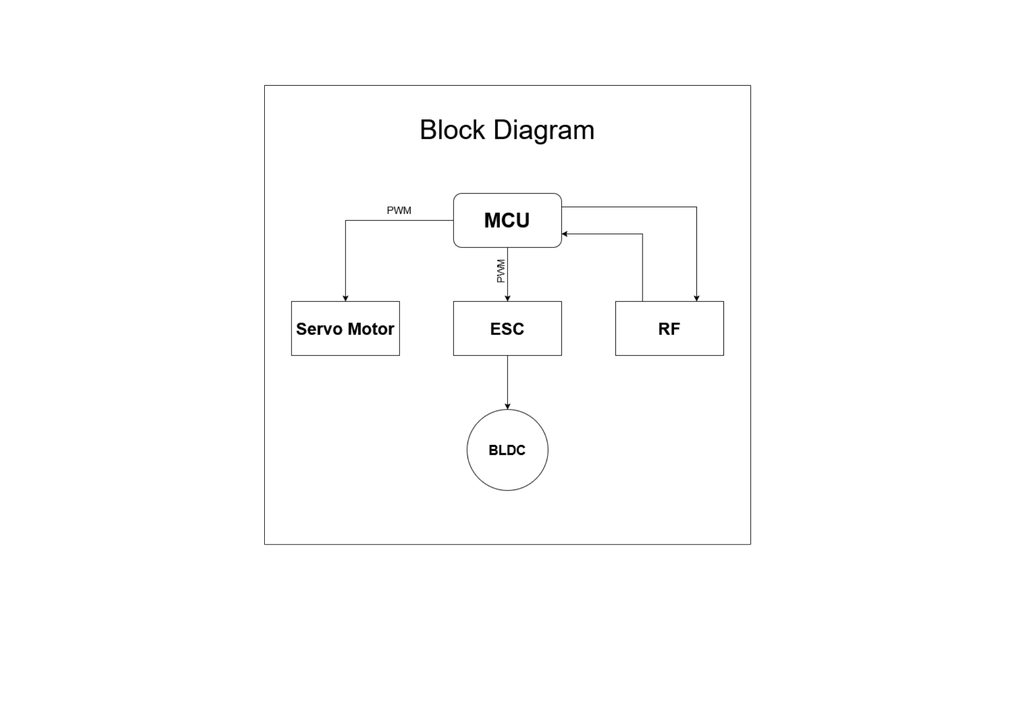
<source format=kicad_sch>
(kicad_sch
	(version 20250114)
	(generator "eeschema")
	(generator_version "9.0")
	(uuid "358af95f-5f47-40de-b54c-21a76541e425")
	(paper "A4")
	(title_block
		(title "Block_Diagram")
		(date "2025-12-11")
		(rev "A")
		(company "MaD_RaNgA")
	)
	(lib_symbols)
	(image
		(at 147.32 91.44)
		(scale 2.31307)
		(uuid "6843c35d-f511-4f9a-9fba-250700c5371c")
		(data "iVBORw0KGgoAAAANSUhEUgAAAtIAAAKqCAYAAAAXG7kGAAAGW3RFWHRteGZpbGUAJTNDbXhmaWxl"
			"JTIwaG9zdCUzRCUyMmFwcC5kaWFncmFtcy5uZXQlMjIlMjBhZ2VudCUzRCUyMk1vemlsbGElMkY1"
			"LjAlMjAoV2luZG93cyUyME5UJTIwMTAuMCUzQiUyMFdpbjY0JTNCJTIweDY0JTNCJTIwcnYlM0Ex"
			"NDUuMCklMjBHZWNrbyUyRjIwMTAwMTAxJTIwRmlyZWZveCUyRjE0NS4wJTIyJTIwdmVyc2lvbiUz"
			"RCUyMjI5LjIuNiUyMiUzRSUzQ2RpYWdyYW0lMjBuYW1lJTNEJTIyUGFnZS0xJTIyJTIwaWQlM0Ql"
			"MjJNNG9kdGo0bDltdU9ZbmxFeGRMQyUyMiUzRTdWblpjdG93RlAwYUh0UHhEanlHSmNsMHdreGEw"
			"aWIwcGFQYXdxallGaFVDVEwlMkIlMkJFcFpzR1pzMUdFOHl6VXVrSSUyQm5LbkhNWFdXNlkzVEMl"
			"MkJKMkEyR1dBUEJnMUQ4JTJCS0cyV3NZaG00MmJmYVBJJTJCc0VhYmFhQ2VBVDVJbEpHVEJFZjZF"
			"QU5ZRXVrQWZudVlrVTQ0Q2lXUjUwY1JSQmwlMkJZd1FBaGU1YWVOY1pEZmRRWjhXQUNHTGdpSzZB"
			"dnk2Q1JCVzBZend4OGc4aWR5WjkxcEp5TyUyRmdEdjFDVjVFWXIlMkJHWVk0M2Y4bHdDS1F0OFVQ"
			"bkUlMkJEaGxRS1olMkZZYlpKUmpUcEJYR1hSaHdiaVZ0eWJxN0hhUHBjeE1ZMFdNV2ZBYyUyRm4w"
			"MnRjMk42OUlmaiUyRnVsTnY0N25OeVZXQkRTbmEwa1JoVEViNjB4b0dEQkFaODNWQkZFNG5BR1h6"
			"MWd4eDJEWW5CSThoVjBjWU1MQUNFZHNyRE5HUWJBRmdRRDVFZXU2YkVmSThNNFNFb3FZSUxkaUlF"
			"U2V4N2Z1Yk1pRiUyRlBFMWJncEhWTGlQeGZ2Sll5NUJzSUJTQUNmZ3olMkJtaEpXdjZkRE1uZ2Zo"
			"YWlYVUM3RTdaeWg0Q1BnR2huTUtJVTJjcGNNN2VaayUyRjJ3REJXMkJLRTMwTWNRa3JXYk1wRWNS"
			"bFRPTUFxY3klMkJqTGJCWTlrVVVpU0NTdzBBNHQ1OWF6Z1JtRGFIeENYcEx0NFplSVNxS0hvQVh4"
			"SVY3akZrRlQlMkJGbWg2S0xDWjFnSDBjZzZHZm9scWJabkVlTVo4SzVma05LMTBKcHNLQTQ3M293"
			"UnZSVkxPZnRFVzklMkZza1d2Rnl0RHZiWHNSSXk3MTJ3aTc0N1VzV3pacGlmWGlYUUVpQSUyRnBQ"
			"bExOY2ljZ01BQVVMZk5FWDE3UzFrZVJWTTlKYWh5dGFiTVNVWjByaWZybE13eU1Cd3M2eiUyQkd5"
			"R2M2ZjQ5SGRyY3pMNzFqVGFrUE9yalBpckdPS1pzYmdyb0twc0tYVU5qT3RkY0tXdnJQUXFmVnEw"
			"UDIyczVLZFViTmF4WnFsTyUyRm1hWmNxJTJCcUZtR2RvR2lWUm9NeGdXRHdhNjFacVYxYXFTTTFG"
			"S3o5SGFkRVdTZkZrSGFTUkcwS1J6N0k2ZyUyRjdGNHJMTkwlMkJ4VW5VMjhld3lBeXhWeWw0bUVF"
			"d255WHZWMk1VYzlaemxCNU9TcDNIM25tYzZrWUpxY1lXcWEwOHFiWlIyUUhack5rMWg1QXNNWU1H"
			"bUxLM3BvcWNOT1czY2ljMTJoZE0zc21ackw3c2JhanBXenN1ZmV1NTVLMmNWZCUyQld2NjA2MDdm"
			"VW9iWWclMkJYcFhWV1E0MnJVaXczUk9pQXpGNFNQdmxsOTdOZElMRllYRlBPVUYyZzR6Wkl0Zlcl"
			"MkJwSENtMzJIbGJFRGs4WThVT29KSFlyZ3plM00zZ1MlMkZHS1JlbzIxMzQ2MVpTWUpuSUtaalVM"
			"cGIzNkRhS2ZjbiUyRndYTGJOendGRFZzcDF5UiUyRklSWkt0SXQydEgyeW1IaDQ4ZzIxNnkzNGxv"
			"Y3J0MzlrMUJ0OHZjNGVsbDBEam5wRkZ5NTc5MTBFajlRMTZmNkZVZE5DemolMkZRcENNR1ZCaHZt"
			"S20zWnB3RmFua0xWOUZEempnb3Qxc3k5OFNZUmxuMUhOJTJGajglM0QlM0MlMkZkaWFncmFtJTNF"
			"JTNDJTJGbXhmaWxlJTNFo5QqgAAAIABJREFUeF7t3Q/QFMWZx/FOlaYqJZ4KVlkgIgVoyCWip4AK"
			"UZEIegkmSuRfojmiUXgtPU85FCF/jJ6ocOgRk/CCaEyCCaDxTyQ5EQIYAwqIhxovqMAhIpR1ChpJ"
			"pRJTxflMbjbzzju7OzvP7kx3z3erUrkL2zPdn6dn39/bb+/MR4YNG3ZgzZo1hhcCCCCAAAIIIIAA"
			"AgjUF/gwP5vVq1ebj3z41gMfvuq34B0IIIAAAggggAACCCBgPvKRj0iAJkgzFxBAAAEEEEAAAQQQ"
			"aESAIN2IFu9FAAEEEEAAAQQQQOD/BQjSTAUEEEAAAQQQQAABBDIIEKQzoNEEAQQQQAABBBBAAAGC"
			"NHMAAQQQQAABBBBAAIEMAgTpDGg0QQABBBBAAAEEEECAIM0cQAABBBBAAAEEEEAggwBBOgMaTRBA"
			"AAEEEEAAAQQQIEgzBxBAAAEEEEAAAQQQyCBAkM6ARhMEEEAAAQQQQAABBAjSzAEEEEAAAQQQQAAB"
			"BDIIEKQzoNEEAQQQQAABBBBAAAGCNHMAAQQQQAABBBBAAIEMAgTpDGg0QQABBBBAAAEEEECAIM0c"
			"QAABBBBAAAEEEEAggwBBOgMaTRBAAAEEEEAAAQQQIEgzBxBAAAEEEEAAAQQQyCBAkM6ARhMEEEAA"
			"AQQQQAABBAjSzAEEEEAAAQQQQAABBDIIEKQzoNEEAQQQQAABBBBAAAGCNHMAAQQQQAABBBBAAIEM"
			"AgTpDGg0QQABBBBAAAEEEECAIM0cQAABBBBAAAEEEEAggwBBOgMaTRBAAAEEEEAAAQQQIEgzBxBA"
			"AAEEEEAAAQQQyCBAkM6ARhMEEEAAAQQQQAABBAjSzAEEEEAAAQQQQAABBDIIEKQzoNEEAQQQQAAB"
			"BBBAAAGCNHMAAQQQQAABBBBAAIEMAgTpDGg0QQABBBBAAAEEEECAIM0cQAABBBBAAAEEEEAggwBB"
			"OgMaTRBAAAEEEEAAAQQQIEgzBxBAAAEEEEAAAQQQyCBAkM6ARhMEEEAAAQQQQAABBAjSzAEEEEAA"
			"AQQQQAABBDIIEKQzoNEEAQQQQAABBBBAAAGCNHMAAQQQQAABBBBAAIEMAgTpDGg0QQABBBBAAAEE"
			"EECAIM0cQAABBBBAAAEEEEAggwBBOgMaTRBAAAEEEEAAAQQQIEgzBxBAAAEEEEAAAQQQyCBAkM6A"
			"RhMEEEAAAQQQQAABBAjSzAEEEEAAAQQQQAABBDIIEKQzoNEEAQQQQAABBBBAAAGCNHMAAQQQQAAB"
			"BBBAAIEMAgTpDGg0QQABBBBAAAEEEECAIM0cQAABBBBAAAEEEEAggwBBOgMaTRBAAAEEEEAAAQQQ"
			"IEgzBxBAAAEEEEAAAQQQyCBAkM6ARhMEihCQi7XR16mnnmqOPfZYM3r0aDNu3LhUzU877TSzfv36"
			"4L3S/tlnn03VzsY3XX/99Wb27NmVrh04cCDXbmat2WGHHWaGDRtmxo4da/r27Zu6z0WPN3VHeSMC"
			"CCDgiQBB2pNCMgz/BbKEsqhK9+7dzWOPPWYGDRpUE4sg3by5pK1Z+MvMAw88kCpQE6SbVzuOhAAC"
			"CKQRIEinUeI9CFgg0IxQJsNYvHhxzdVpgnTzit2smnXp0sUsXLiw7l8VCNLNqx1HQgABBNIIEKTT"
			"KPEeBCwQiIay/v37m7lz59bs1aZNm8yOHTvMT37yE7N///7KeyWUvf7666Zr166J7QnSzSt2PEgv"
			"X7685sG3b99u5D+PP/642bJlS6f31vsliCDdvNpxJAQQQCCNAEE6jRLvQcACgWgoa2Tv8t69e83Q"
			"oUM7BDPZe7tkyRKCdIvrGg/SjezRfvLJJ80111zToW7yS9DmzZtTbfNo8dA4PAIIIIDAhwIEaaYB"
			"Ao4IZA3SMjwJ0926deuwKv3+++8TpFtce02QDusW/yWokV+iWjw8Do8AAgiUXoAgXfopAIArApog"
			"LWM899xzjaxyhq+tW7cmrmyytaN5M0IbpKUn27ZtMyeddFKH7TmyRWTkyJHN6yhHQgABBBDIJECQ"
			"zsRGIwTyF9AG6fj+2WphjCDdvNo2I0hLb2677TYzffr0Ssdqbc1pXu85EgIIIIBAPQGCdD0h/h0B"
			"SwS0QVruI7106dLKaKrt180SpGWl+9577zUvvvhihz298qXIAQMGNHQf6yi3rMZKn+W2feG9reXf"
			"5VZ+J5xwgrnwwgvN5MmTq1aokS/fbdy40QwfPrzDyu+8efNqHr/e1GhWkJatOXI/8PBLo7JXOmlr"
			"TiPjDfsutfvZz35mXnjhhQ7G8u9Sv169etV1TnJImhPS7yFDhpgpU6ZUVtSj823q1Klm1qxZHQ4n"
			"x5G/poQvmbficfvtt5tFixaZPXv2mPC4teZDe3u7Wb16dac5KscN77d+2WWX1V3pjxpH+yv9nDNn"
			"jlm3bl2lTjJPzzjjDDNz5sxOf/2RuS1j/fWvf125ZpJ86s0x/h0BBIoVIEgX68/ZEUgtoA3SPXr0"
			"CEJHGByqPWilkSAt4fPqq6/uFMCSBiWh7Ec/+lHd+1hLWwlKN954o1mwYEFdn1rHTRssWxGipePN"
			"CtJyrPjWnKS/KKQdrxxPgt/EiRMrc6IetITC+++/v27QlNpNmDChwzaipGNLeP3lL39pPvvZz1bm"
			"T5og/c4773T68mx4fOnj7t27O5xOVvMlyEbvXFNrrNKvWvftjgfpadOm1R2vBGR5MFD4S5+Eehlr"
			"rT7xV4d6M5J/R8AOAYK0HXWgFwjUFdAE6fhqdK09tmmDdJowkDSoequ8SXcZqYcjQWXVqlWdQnqa"
			"YBkP0Wnv2VyvT80O0vGxJIXONOOVfknt2tra0gyh03s2bNhQ9ZehRmsnvwTJK7zVX5ogLXvDo3v9"
			"ox2UwCy/gIWv+LxPO2AJ5L/97W8TbxEZNb7iiis6rCjXO758L2HFihWp7ZM86p2Df0cAgXwFCNL5"
			"enM2BDILNBqk5U/Hzz33nLnrrrs6rBjXW+lKE6STVnBlJU9WOOX4co9qCVUSGuLnF4C0QV7eK8FW"
			"9gdHH5ctt+6LHzcp/NQLlkkhOimQZy1aM1ek41scJMTNnz+/Q9fqjVfenPTlRbGNb2sQmwcffNDI"
			"Lz7RlVMJstXuhx1fNQ9XYqNzQrbq3HzzzYkr4WmCdDhgee+kSZOCLRNhX2V1OLw/usyR8ePHV3yk"
			"L/LLw5gxYzr8IhBuQYlue5JG8VAeHihqLMcMbcQlumVF+vSVr3yl01an8JcGuV6uvfbaykN2pC5X"
			"Xnllh18Sqm3hyTofaYcAAs0XIEg335QjItASgWY8JS/NCleaIP2JT3wi9X2pBSP+ZbmkP8HL++Ir"
			"pbJiuXbt2qoPj4mvOMbDT61g2eoQLeNpZZBOug1emiAdN6v3F4Kk4J20vz4e9GvVrtrKddognWYe"
			"R7cyVfuLRfRCjQfvarcZjBvLMaoZyjg/9alPdfqlodYvs2m28LTkA4aDIoBAJgGCdCY2GiGQv4A2"
			"SMuK2fe///26D/OoF6TjgaPWCmVUSVYPo3uek8JHPPzUe/hIPKhIePvd735XOW21YJlHiLY1SB96"
			"6KGVVdS096SO1y7p1onReZPmwTFJITNtkJZ90tWezCnuUt/BgwdX5kGa4C1vjv6CWO2XvficqmcY"
			"t6u1bUT6EP+FJG3f8/9E4owIIBB+zsviwkc+/H8+/O8DqCCAgKUC2iAdDku2BMgKcdZHhMdXNKvd"
			"jzrOGH8oTDyAxMNP0taFpNJIUJFHasvdJc4888wOd31ICtJ5hWgbg7TUQLY3yCPiX3755Q5fgKs1"
			"7eN/KYhvzZFV6379+lUOkbZ28eOmCdL1gmsYpL/+9a+b9957L9jWlHaOprmzTXxO1Xtse/wXzzQ2"
			"0WudIG3pBzLdQuD/BViRZiog4IhA9IerrLzOnTu3Zs/37dtnNm3aFITMcF9m2KBWGKm3Ih1d0Yyv"
			"ANejjP/ZOvrLe3z7RzMeOhIPPfJFufgt7mp9ea7eeOr9u41bO+r1Oenf46uk8drUC9rVzhn/5SpN"
			"kG5lsEyzNSb+nnqr43G7esE7/gtYK8ebZS7QBgEEOgoQpJkRCDgi0OiXDaPDkh/mX/ziFzt8aaza"
			"D+h6QTrajzSra9F+JAXbQYMGBW9JE2IaLVX8mNEvh4XHShNsGj1v+H6Xg7Ss3MsvYnLvZblNXfQL"
			"h/EgralddDtFEUFarg0Z55o1azrdDSTpr7SNjrXeLyFJc4sV6axXHO0QyF+AIJ2/OWdEIJOAJkjL"
			"CeM/0CVUyp/441s8agXprHtPwwHXWrmMnlfe34ytZklfDIvjV3PIVKRYo2YG6fgWAc3t7+K/ZK1c"
			"uTLYBiEPZZH/jv8FI24RD9Ka2jX6QJYsv/iEd5CRwCxzXv6zc+fOuvfQJkg34yrgGAj4LUCQ9ru+"
			"jM4jAW2QFor41oqkUFIrSGu/CFVrdU4TxqqVOSlIS3D+0pe+1OGLj2m/MNnodGpmkI6PJen2bGlX"
			"S8MnA8ZvbZd2fEUG6Ua2/Mjebbl1YvzWdmnHSZBOK8X7ECivAEG6vLVn5I4JNCNIp3moRytXpGvt"
			"g84jSEdvgxa/hV+Wlc56U6iZQTruk7S3O02QTroHeNI4ZB/9iSeeaP7hH/7B/Nd//VeHXzxcCNJp"
			"Hjoj8+GTn/xk8CXVU045pdO9yQnS9WY4/44AAgRp5gACjgjYEKSFyuU90tHwGd+m0ootHs0K0vG7"
			"YqS9NVs8CCbdck6Odf755weBuU+fPmbgwIGdtvvEA3o8SMdv8dbItpxG90inWZGO11bmrXwxVsYp"
			"gfmII45IfNR5ml/m0vyyEv1IYY+0Ix+wdBOBjAIE6YxwNEMgbwFbgnT0Xs823LUjDE2ygiqvBx54"
			"oHKv7HqhJ/7vzd7i0awgHe9ntS951htv/C8C8mAQ2d5R657MYlovSGvuuFLvi3VZgmh8C1O1pxTG"
			"r2GCdN6fapwPAfcFCNLu15ARlESgGUFau0daqG27j3Q8xEVXnesFy6QV2mZu8WhGkE56smC1+yLX"
			"G288KNa7dVt4adV72l6e95FOsyIdv1Vk9CE9tT4uord2lPextaMkH64MEwGFAEFagUdTBPIU0Abp"
			"pD93JwWpere/y/pkw3qP8xbL+JMNk+4qEjePtolveagXLOVY8RXPek+ea6Tm2iCd9CjtWo+Xrjfe"
			"NCuu8fElzZukMBt/smGa2sX3qae5/V2jQTrNA1xkzPFfyAjSjcx03otAeQUI0uWtPSN3TEATpJO+"
			"YFYtkNUL0sIWD0C1wl1SSKm2Hzn+BTHZOrJ27dqqWw/i4Tz+2PF6wTKcAvE9vo3eH7vaVNIEaQn4"
			"11xzTYdb0dXbx11vvI1ueaj2xcSkMBv/haTR2olhs4J0fGW53kN3qn0xkRVpxz4k6S4CBQgQpAtA"
			"55QIZBGI/7m63pMN5RzVHjRRK5ClCdJJAUtW/iZOnGgkVMue2/DevXfddVfwmOboq9b2ifiqqawQ"
			"f/Ob3zQjRoyo7H2WVfH4cZP2a9cLlmGfpK/HHntszYeOaGsm7SWA1npt3749uEPGr3/96073co7e"
			"caTaMeqNNykwSngdM2aMCR+ME9bt4YcfrnrbuGqrwvGgHtYuPiduuummxHtVNytIx3/BErvZs2d3"
			"mEOyHWXFihXm/vvv7zQ/Q1+CdJZZTxsEyiVAkC5XvRmtwwLx1c2sQ6kXyNIEaTm3hDIJPtEn3qXp"
			"U3zVON4maTtDveNW245RL1hGjxvfstKMLR551SwcR5rxxv+aUM9W/l3qLEE0fFX78l6jtZNfvqK/"
			"ZDUrSCftK683zqT7i2e9xWD0XFm+LFnvC5j1xsK/I4BAfgIE6fysORMCKoFmhDIJLnfffXdl9TGp"
			"Q2mDtLSVlemrr7666ope9Phpzh2+XwLZjTfe2OHexdXw5LjyCOukO0+kCZbR48ZXVLVbPJpRs7R3"
			"1pBxpBmv2H72s59NXbObb745uFVcdC96ra08cvwJEyZ0etx2vH7hMeqFxixBNJybX/jCF+o+vVDe"
			"K32RXw7k1a9fv0pXk37pS2NMkFZ91NEYAacECNJOlYvOllkgSyiTVdVevXoFD5yI/vm+lmMjQTo8"
			"joSde++917z44osd/mQv2y0GDBhgLrvsssT79tarp6wszpo1K3h0dXTlUsZ1xhln1D1uo6EnaSUz"
			"zZfbqo0jS83kFwPZZnL22WdXtsnUcwr/vZHxyl8UHnnkEfPSSy91CJvhg1i++MUvdqhZdB95vb3a"
			"0p9wTjz99NOV40s7CfHR+dCqIC19kFA/f/5889hjj5mXX3658teT6INYZFx9+/atEEdX7JO+qNiI"
			"ceggv6CFrzTzqZ5J2vnA+xBAoPUCBOnWG3MGBBBAAIEEAQm63bp1q/xLvW0/ICKAAAK2CRCkbasI"
			"/UEAAQQcFJA7ZcjjtmU1Pe1fIOL70tOs1jpIQ5cRQMBjAYK0x8VlaAgggEBeAtFbztW7HWLYp/ie"
			"9EYeLZ7XuDgPAgggUEuAIM38QAABBBBQC8RDcaP3bk4bvtUd5QAIIIBAEwUI0k3E5FAIIIBAWQXi"
			"d9eQL/S1tbUl3qP6vvvu63BXD3nv5s2bO3zpr6yOjBsBBNwSIEi7VS96iwACCFgrEH8QSpqOSohe"
			"uHChkba8EEAAAdcECNKuVYz+IoAAAhYLyO3h5O4baR7UI7dH/NGPflTzvuYWD5WuIYAAAoYgzSRA"
			"AAEEEGiqQLX7N8tJwnuLjx49mlXopqpzMAQQKEKAIF2EOudEAAEEEEAAAQQQcF6AIO18CRkAAggg"
			"gAACCCCAQBECBOki1DknAggggAACCCCAgPMCBGnnS8gAEEAAAQQQQAABBIoQIEgXoc45EUAAAQQQ"
			"QAABBJwXIEg7X0IGgAACCCCAAAIIIFCEAEG6CHXOiQACCCCAAAIIIOC8AEHa+RIyAAQQQAABBBBA"
			"AIEiBAjSRahzTgQQQAABBBBAAAHnBQjSzpeQASCAAAIIIIAAAggUIUCQLkKdcyKAAAIIIIAAAgg4"
			"L0CQdr6EDAABBBBAAAEEEECgCAGCdBHqnBMBBBBAAAEEEEDAeQGCtPMlZAAIIIAAAggggAACRQgQ"
			"pItQ55wIIIAAAggggAACzgsQpJ0vIQNAAAEEEEAAAQQQKEKAIF2EOudEAAEEEEAAAQQQcF6AIO18"
			"CRkAAggggAACCCCAQBECBOki1DknAggggAACCCCAgPMCBGnnS8gAEEAAAQQQQAABBIoQIEgXoc45"
			"EUAAAQQQQAABBJwXIEg7X0IGgAACCCCAAAIIIFCEAEG6CHXOiQACCCCAAAIIIOC8AEHa+RIyAAQQ"
			"QAABBBBAAIEiBAjSRahzTgQQQAABBBBAAAHnBQjSzpeQASCAAAIIIIAAAggUIUCQLkKdcyKAAAII"
			"IIAAAgg4L0CQdr6EDAABBBBAAAEEEECgCAGCdBHqnBMBBBBAAAEEEEDAeQGCtPMlZAAIIIAAAggg"
			"gAACRQgQpItQ55wIIIAAAggggAACzgsQpJ0vIQNAAAEEEEAAAQQQKEKAIF2EOudEAAEEEEAAAQQQ"
			"cF6AIO18CRkAAggggAACCCCAQBECBOki1DknAggggAACCCCAgPMCBGnnS8gAEEAAAQQQQAABBIoQ"
			"IEgXoc45EUAAAQQQQAABBJwXIEg7X0IGgAACCCCAAAIIIFCEAEG6CHXOiQACCCCAAAIIIOC8AEHa"
			"+RIyAAQQQAABBBBAAIEiBAjSRahzTgQQQAABBBBAAAHnBQjSzpeQASCAAAIIIIAAAggUIUCQLkKd"
			"cyKAAAIIIIAAAgg4L0CQdr6EDAABBBBAAAEEEECgCAGCdBHqnBMBBBBAAAEEEEDAeQGCtPMlZAAI"
			"IIAAAggggAACRQgQpItQ55wIIIAAAggggAACzgsQpJ0vIQNAAAEEEEAAAQQQKEKAIF2EOudEAAEE"
			"EEAAAQQQcF6AIO18CRkAAggggAACCCCAQBECBOki1DknAggggAACCCCAgPMCBGnnS8gAEEAAAQQQ"
			"QAABBIoQIEgXoc45EUAAAQQQQAABBJwXIEg7X0IGgAACCCCAAAIIIFCEAEG6CHXOiQACCCCAAAII"
			"IOC8AEHa+RIyAAQQQAABBBBAAIEiBAjSRahzTgQQQAABBBBAAAHnBQjSzpeQASCAAAIIIIAAAggU"
			"IUCQLkKdcyKAAAIIIIAAAgg4L0CQdr6EDAABBBBAAAEEEECgCAGCdBHqnBMBBBBAAAEEEEDAeQGC"
			"tPMlZAAIIIAAAggggAACRQgQpItQ55wIIIAAAggggAACzgsQpJ0vIQNAAAEEEEAAAQQQKEKAIF2E"
			"OudEAAEEEEAAAQQQcF6AIO18CRkAAggggAACCCCAQBECBOki1DknAggggAACCCCAgPMCBGnnS8gA"
			"EEAAAQQQQAABBIoQIEgXoc45EUAAAQQQQAABBJwXIEg7X0IGgAACCCCAAAIIIFCEAEG6CHXOiQAC"
			"CCCAAAIIIOC8AEHa+RIyAAQQQAABBBBAAIEiBAjSRahzTgQQ6CDwi1/8wixbtsxs3LjR7Nmzx+ze"
			"vRshBGoK9OjRw3Tv3t0MGjTIjBo1ynzuc59DDAEEEMhdgCCdOzknRACBUGDevHlm5syZ5rjjjgvC"
			"0FlnnRWEIwlJvBCoJSC/bMkvXU899VTwS9hrr71mpk+fbtra2oBDAAEEchMgSOdGzYkQQCAU2L59"
			"u7nkkkvMEUccYWbMmGFOP/10cBBQCTzzzDPm1ltvNfv27TM//vGPTZ8+fVTHozECCCCQRoAgnUaJ"
			"9yCAQNMEVqxYEYToqVOnmilTpjTtuBwIARGYM2eOmT17dhCmR4wYAQoCCCDQUgGCdEt5OTgCCEQF"
			"ZCV6yJAhpr293VxwwQXgINASgUcffdRMnjzZrFu3jpXplghzUAQQCAUI0swFBBDITWDo0KFm9OjR"
			"rETnJl7eE8nK9MMPP2zWrl1bXgRGjgACLRcgSLecmBMggIAIyBcLw7tzIIJAHgLh3Tz4AmIe2pwD"
			"gXIKEKTLWXdGjUDuAsccc4xZunQpXyzMXb68J5QvII4dO9a88cYb5UVg5Agg0FIBgnRLeTk4AgiI"
			"gKxEy5/aV61aBQgCuQoMHz482ErEfaZzZedkCJRGgCBdmlIzUASKE5A/rcu9oq+77rriOsGZSylw"
			"5513BveYlq1FvBBAAIFmCxCkmy3K8RBAoJPAwIEDzfz5880pp5yCDgK5CmzatMlMmjTJPPfcc7me"
			"l5MhgEA5BAjS5agzo0SgUIGjjz46ePw3TywstAylPLk8AVEeI/7mm2+WcvwMGgEEWitAkG6tL0dH"
			"AIEPBcIPGjAQKEKA+VeEOudEoBwCBOly1JlRIlCoAEGmUP7Sn5z5V/opAAACLRMgSLeMlgMjgEAo"
			"QJBhLhQpwPwrUp9zI+C3AEHa7/oyOgSsECDIWFGG0naC+Vfa0jNwBFouQJBuOTEnQAABggxzoEgB"
			"5l+R+pwbAb8FCNJ+15fRIWCFAEHGijKUthPMv9KWnoEj0HIBgnTLiTkBAggQZJgDRQow/4rU59wI"
			"+C1AkPa7vowOASsECDJWlKG0nWD+lbb0DByBlgsQpFtOzAmKFNi2bZvp169fYhe6d+9u5GEN8pIL"
			"YerUqWbWrFkd3isPENmzZ485cOBAh/993Lhx5vXXXzcPPPBAcPyktmGD66+/3syePbvTMYp0yfvc"
			"BJm8xTlfVEDmHy8EEKguEP8Zh1V6AYJ0eive6aBAGKSXL19uRo4c2WEEp512WvD/P/vssyYMxvJ/"
			"hy9pe8YZZwRBOt5eAvbFF18cPHpYgrSE8vvvv7/TOZ588kkzceLExDDuIGfmLhOkM9PRsAkCzL8m"
			"IHIIbwW4PnSlJUjr/GhtuUCtIC0h99xzzzVbt241K1asMG1tbR1Wjdvb283q1auDleczzzyzslod"
			"PWbfvn0rK9LyviVLlnQQkYAur6VLl7IiHVvVt3zq0D2PBAgKHhWToTRdgOtDR0qQ1vnR2nKBtEFa"
			"hiEry9GVZ1mxltXk7du3m0WLFlW2gUjADkN39PgSyuN/HpOV629+85udQrrlbE3vHh/UTSflgA0I"
			"MP8awOKtpRPg+tCVnCCt86O15QK1grSE3F69egVbO+QVht7JkycH/394cYTHkJVrWYEOV5ll9Tl6"
			"/HvvvdecffbZJmwfrmjL/xZf7bacrend44O66aQcsAEB5l8DWLy1dAJcH7qSE6R1frS2XKDWlw1P"
			"PfXUSoiWYUQDsmz7kJXkpJAdDdzRIC3HiLaRFe2bb745WNEmSH+k1FtbLL9MvO8eQcH7EjNAhQDX"
			"hwIvsugmX2n+8K/SHe9MoDs0rREoXqDWinS8d7KCLMFX7uQhofrYY4+t7IsOQ/bMmTODLSDh6nT8"
			"+PKBJP8mL/miohwruhWkeJFiesAHdTHunPWvAsw/ZgIC1QW4PnSzgxVpnR+tLRdoJEiHP3AlCEsI"
			"jt6FIwzZ8r/Jvunwtnnx40vglq0csgodfvmQIE2Qsfwy8b57BAXvS8wAFQJcHwo8VqR1eLS2X6DR"
			"IC3bMeQOHdEvF8oow+OMHTs2GHR4d4748SU0S9jeuXNnJYgTpAnS9l8pfveQoOB3fRmdToDrozl+"
			"bO3QOdLaUoFGg3T48BQJzPFb2YUPZ5k3b17lC4VJxw8f/hBulSJIux2kwzmRNMUXL15c2Vuf9O9y"
			"JxfZb5/0qreVbu/evWb+/PlmzZo1Zt26dWb//v2Vw8j+/hNPPNFI3+QLsNVe8b7HvxeQ1C5LG0sv"
			"/0q3CAq2V4j+FSnA9aHTZ2uHzo/Wlgs0GqTDe0tHw3I4RNm2IfeDDvdHR1eqo7fNi35pUd5DkPY3"
			"SCf9whW9JA499NAOATj6b7WCtIRZmYPR8FztUrviiivMbbfdZrp27drpLVlCcZY2ln8MsEfa9gLR"
			"v0IFCNI6foK0zo/WCCCQQsDlD+paK9LRx8zHGTZu3GgGDx5cVadakA5/YUvBWnlL//79zdq1azuF"
			"6SyhOEubRvpaxHuIGLaKAAAgAElEQVRdnn9FeHHOcglwfejqTZDW+dEaAQRSCLj8QV0rSMvQo3+h"
			"iFLUa5cUpLOE6PCcsjItW0Fq9YGtHSkmK29BoGQCLn8+21AqgrQNVaAPCHgu4PIHdb1ALLdEvPHG"
			"GztVUL64un79+uB/79KlS6dtGvEgLXvyx48f3+k4U6dONWPGjDGDBg0K/k1Wuh988EEze/bsTu/d"
			"sGFD5X3yj1lWl7O0sX36ujz/bLelf+4LcH3oakiQ1vnRGgEEUgi4/EGdFKRlZTcMySNHjgweLR99"
			"yRcFu3XrVvmf5D3xLx0mPU5+z549lTYSvletWtUhGEfPEe7nj/5v8T3bWUJxljYppkChb3F5/hUK"
			"x8lLIcD1oSszQVrnR2sEEEgh4PIHdVKQllXi6IpwrdVlCcTyZMv4CnK0TdJ+6mor3VFu2Qoi9yuX"
			"O3gMHz7cjBgxosM+6SyhOEubFFOg0Le4PP8KhePkpRDg+tCVmSCt86M1AgikEHD5gzopSMsKtNza"
			"LnxF79oi/1t0r7OsRkvQrRWkk87xzjvvJN6JIwV35S1ZQnGWNo30qYj3ujz/ivDinOUS4PrQ1Zsg"
			"rfOjNQIIpBBw+YO6WpC+5pprzJYtW4LRx7/oF95zXP5NVq/lVStIR/dTy3vTfCkwBTt7pP8fyeX5"
			"l6bOvAcBjQDXh0bvb7d35YEsOkdaI4BADQGXP6irBemf/exnZsGCBcGo5fZzv/vd74L/O7x3ecgh"
			"q9UrV66sGaQ/8YlPVEK5tKt3f+q0ky3L6nKWNmn7U9T7XJ5/RZlx3vIIcH3oas2KtM6P1gggkELA"
			"5Q/qakF63759He6yEd4GTx6OMn369IqK7IVOOkZ0j7T4RF+yij1r1qwUsrXfkiUUZ2mj7miLD+Dy"
			"/GsxDYdHgAcWKecAQVoJ6Erz+A9qV/pNP/0RqPdIbFtHWm3/svQ3emeO8GmY0ceCh1s0CNLFVpcg"
			"Xaw/Z7dbgOtDVx+CtM7PmdZcKM6UysuOujz/aoXg6F7ocDtG9LHg4cpyvSAdf5R40i31skyMLKvL"
			"Wdpk6VuebVyef3k6ca5yCnB96OpOkNb5OdOaC8WZUnnZUZfnX60QHL07h9zmTvZNJ93NI+lhK9EV"
			"+qxfNmxvbzdz5841Z555ZnD7u4EDB5q+fftW5lCWUJylje2T1uX5Z7st/XNfgOtDV0OCtM7PmdZc"
			"KM6UysuOujz/agVpCbJyj+jwFX/wSngLu6SHp0SD9KRJkypfXAyPleb2d/FHike/9CjHyRKKs7Sx"
			"fdK6PP9st6V/7gtwfehqSJDW+TnTmgvFmVJ52VGX51+tIB2/Q0e0eNFQWy9IJ61Y1/vCYdK547fh"
			"i59XVs3ff//9mnMsHs6btc2kyInt8vwr0o1zl0OA60NXZ4K0zs+Z1lwozpTKy466PP8a3d8cFjAa"
			"ausFaWkT3W8t/3+tR4TLI8iHDh3a4ZZ50ia8c0jYh6QnJtYK6BLOTzrpJLN///7KPKwX6F2YsC7P"
			"Pxd86aPbAlwfuvoRpHV+zrTmQnGmVF521OX5Vy9IR+/SES3e4sWLgyccyitNkI5vEwmPJUF2zJgx"
			"ZtCgQcH/JKvXN910U6cQXe3e0/EvMsoxZJV5ypQpwX/LS4L50qVLzc0332z27NnTYQ5Gx+Hq5HR5"
			"/rlqTr/dEeD60NWKIK3zc6Y1F4ozpfKyoy7Pv3pBOn7f6LCA0dXhNEFa2sW3VaSdDLJ6vXnz5g5f"
			"NAzbJvU/7XG7d+9udu/enfbt1r7P5flnLSod80aA60NXSoK0zs+Z1lwozpTKy466PP/iQTS+zzhp"
			"+0Q8gKYN0rIyPGHChGAFO+0rvFtIuLqc1C7+5MQ0x661tSRNe5ve4/L8s8mRvvgpwPWhqytBWufn"
			"TGsuFGdK5WVHXZ5/ae5iIeOLvuLbLNIG6egqsjzgJbpXOWliSGB/7LHHKts+qk0eCeg33nhjpzuD"
			"VHt/2uO6Mlldnn+uGNNPdwW4PnS1I0jr/JxpzYXiTKm87KjL8y9NkI7fBzp8ymFYzEaDtLST8Dt/"
			"/vwgKL/88suVUC0h94QTTjAXXnihmTx5ckPzRVbPFy5caF544QWzfv36Dm01x22oEwW82eX5VwAX"
			"pyyZANeHruAEaZ2fM625UJwplZcdZf55WVZnBsX8c6ZUdLQAAa4PHTpBWufnTGsuFGdK5WVHmX9e"
			"ltWZQTH/nCkVHS1AgOtDh06Q1vk505oLxZlSedlR5p+XZXVmUMw/Z0pFRwsQ4PrQoROkdX7OtOZC"
			"caZUXnaU+edlWZ0ZFPPPmVLR0QIEuD506ARpnZ8zrblQnCmVlx1l/nlZVmcGxfxzplR0tAABrg8d"
			"OkFa5+dMay4UZ0rlZUeZf16W1ZlB1Zp/b775prnzzjvNnDlznBkPHUWgmQJ8Pus0CdI6P2dac6E4"
			"UyovO8r887Kszgwqaf5JgJ41a5b5zne+Y4488kjzv//7v86Mh44i0EwBPp91mgRpnZ8zrblQnCmV"
			"lx1l/nlZVmcGFZ1/0QB9yCGHmAMHDpgf/vCH5qKLLnJmPHQUgWYK8Pms0yRI6/ycac2F4kypvOwo"
			"88/LsjozKJl/u3btMjNmzAhCc7du3cw777wT9P/44483r7zyijNjoaMINFuAz2edKEFa5+dMay4U"
			"Z0rlZUeZf16W1ZlByfyT10c/+lHz5z//udLvgw8+2HzwwQfOjIOOJgv07t3b/M///A88GQX4fM4I"
			"9//NCNI6P2dac6E4UyovO8r887KszgyKFWlnStVwR3fs2GHOPvtsgnTDcn9rwOezAu/DpgRpnZ8z"
			"rblQnCmVlx1l/nlZVmcGFd8jfcstt5j58+ebgw46yHzsYx8z9913H3uknalmx44SpPWF4/NZZ0iQ"
			"1vk505oLxZlSedlR5p+XZXVmUNXu2hEGau7a4UwpO3WUIK2vHZ/POkOCtM7PmdZcKM6UysuOMv+8"
			"LKszg6o1/7iPtDNlTOwoQVpfPz6fdYYEaZ2fM625UJwplZcdZf55WVZnBsX8c6ZUDXeUIN0wWacG"
			"XB86Q4K0zs+Z1lwozpTKy44y/7wsqzODYv45U6qGO0qQbpiMIK0n63AEgnSTQW09HD9IbK1MOfrF"
			"/CtHnW0dJfPP1sro+0WQ1htyfegMCdI6P2dac6E4UyovO8r887KszgyK+edMqRruKEG6YTJWpPVk"
			"rEg32dCJw/GDxIkyedvJo48+2mzcuNH06NHD2zEyMDsFdu/ebQYNGmTkS4W8/BMgSOtrSj7QGbIi"
			"rfNzpjUXijOl8rKjAwcODO7be8opp3g5PgZlr8CmTZvMpEmTzHPPPWdvJ+lZZgGCdGa6SkPygc6Q"
			"IK3zc6Y1F4ozpfKyo21tbea4444z1113nZfjY1D2Ctx5553mtddeM/PmzbO3k/QsswBBOjMdQVpP"
			"FxyBIN0kSNsPQ5C2vUJ+9+8Xv/iFmTNnjlm1apXfA2V01gkMHz7cTJkyxXzuc5+zrm90SC9AkNYb"
			"kg90hgRpnZ8zrblQnCmVtx095phjzNKlS83pp5/u7RgZmF0CzzzzjBk7dqx544037OoYvWmaAEFa"
			"T0k+0BkSpHV+zrTmQnGmVN52VP60LivTy5Yt83aMDMwugVGjRgUr0bK1iJefAgRpfV3JBzpDgrTO"
			"z5nWXCjOlMrrjg4dOtSMHj06+FM7LwRaKSBbiR5++GGzdu3aVp6GYxcsQJDWF4B8oDMkSOv8nGnN"
			"heJMqbzu6Pbt282QIUNMe3u7ueCCC7weK4MrTuDRRx81kydPNuvWrTN9+vQpriOcueUCBGk9MflA"
			"Z0iQ1vk505oLxZlSed/RFStWmEsuucRMnTqVlWnvq53/AGUlevbs2ebHP/6xGTFiRP4d4Iy5ChCk"
			"9dzkA50hQVrn50xrLhRnSlWKjsrKtITpI444wsyYMYMvIJai6q0dpHyx8NZbbzX79u0LQjQr0a31"
			"tuXoBGl9JcgHOkOCtM7PmdZcKM6UqlQdlS8gzpw5M7jHtHwx7KyzzjLdu3fnCYilmgXZBitPLNyz"
			"Z4956qmngi+wyr2ip0+fzhcLs3E624ogrS8d+UBnSJDW+TnTmgvFmVKVsqPh3TzkMeISjiQk8UKg"
			"loA8bl5+6ZLHf4d350CsfAIEaX3NyQc6Q4K0zs+Z1lwozpSKjiLQSYDrl0mBQLIAQVo/M/h80RkS"
			"pHV+zrTmQnGmVHQUAYI0cwCBlAIE6ZRQNd5GPtAZEqR1fs605kJxplR0FAGCNHMAgZQCBOmUUARp"
			"PVSVIxCkW0Zr14EJ0nbVg94g0IgA128jWry3TAIEaX21+XzRGRKkdX7OtOZCcaZUdBQBVqSZAwik"
			"FCBIp4RiRVoPxYp0ywydODBB2oky0UkEEgW4fpkYCCQLEKT1M4PPF50hK9I6P2dac6E4Uyo6igAr"
			"0swBBFIKEKRTQrEirYdiRbplhk4cmCDtRJnoJAKsSDMHEGhAgCDdAFadIKg/UjmPwIp0SepOkC5J"
			"oRmmlwJcv16WlUE1QYAgrUfk80VnSJDW+TnTmgvFmVLRUQQ6CXD9MikQSBYgSOtnBp8vOkOCtM7P"
			"mdZcKM6Uio4iQJBmDiCQUoAgnRKqxtvIBzpDgrTOz5nWXCjOlIqOIkCQZg4gkFKAIJ0SiiCth6py"
			"BIJ0y2jtOjBB2q560BsEGhHg+m1Ei/eWSYAgra82ny86Q4K0zs+Z1lwozpSKjiLAijRzAIGUAgTp"
			"lFCsSOuhWJFumaETByZIO1EmOolAogDXLxMDgWQBgrR+ZvD5ojNkRVrn50xrLhRnSkVHEWBFmjmA"
			"QEoBgnRKKFak9VCsSLfM0IkDE6SdKBOdRIAVaeYAAg0IEKQbwKoTBPVHKucRWJEuSd0J0iUpNMP0"
			"UoDr18uyMqgmCBCk9Yh8vugMCdI6P2dac6E4Uyo66qlAjx49zJ49e1KN7sCBAx3ex/Wbio03lVCA"
			"IK0vOp8vOkOCtM7PmdZcKM6Uio56KtDe3m7a2tqC0c2bN89Mnjw59Ui5flNT8caSCRCk9QXn80Vn"
			"SJDW+TnTmgvFmVLR0RIIjBs3zixdujQY6dSpU82sWbNqjprrtwSTgiFmEiBIZ2Lr0IjPF50hQVrn"
			"50xrLhRnSkVHSyZw2mmnmfXr1wejHjt2rFmyZEknAa7fkk0KhptagCCdmqrqG/l80RkSpHV+zrTm"
			"QnGmVHS0xALhPmr2SJd4EjD0hgQI0g1xJb6ZfKAzJEjr/JxpzYXiTKnoaMkEol9CZEW6ZMVnuGoB"
			"grSa0JAPdIYEaZ2fM625UJwpFR0tgUB0Owd7pEtQcIbYMgGCtJ6WfKAzJEjr/JxpzYXiTKnoqKcC"
			"0bt2LF++3IwcOTL1SLl+U1PxxpIJEKT1BefzRWdIkNb5OdOaC8WZUtFRTwW4j7SnhWVYhQoQpPX8"
			"5AOdIUFa5+dMay4UZ0pFRz0VkGtQXvEvEqYZLtdvGiXeU0YBgrS+6ny+6AwJ0jo/Z1pzoThTKjrq"
			"qUD03tHRIaYJ1ly/nk4KhqUWIEirCfmyoZKQIK0EdKU5P4hdqRT9LIvAtm3bTL9+/ToNNylYc/2W"
			"ZVYwzkYFCNKNinV+P58vOkOCtM7PmdZcKM6Uio6WWOD66683s2fP7rT9g+u3xJOCodcUIEjrJwif"
			"LzpDgrTOz5nWXCjOlIqOlkwg+iXE7t27m927d3cS4Pot2aRguKkFCNKpqaq+kc8XnSFBWufnTGsu"
			"FGdKRUdLIBC9j7QMt94+aa7fEkwKhphJgCCdia1DIz5fdIYEaZ2fM625UJwpFR31VCDcthEOb+vW"
			"raZv376pRsv1m4qJN5VQgCCtLzqfLzpDgrTOz5nWXCjOlIqOeiog1+C8efPM5MmTGx4h12/DZDQo"
			"iQBBWl9oPl90hgRpnZ8zrblQnCkVHfVYILofmhVpjwvN0HITIEjrqckHOkOCtM7PmdZcKM6Uio6W"
			"QCB667tqXzCMMnD9lmBSMMRMAgTpTGwdGvH5ojMkSOv8nGnNheJMqehoyQTa29tNW1tbMOqxY8ea"
			"JUuWdBLg+i3ZpGC4qQUI0qmpqr6RzxedIUFa5+dMay4UZ0pFR0sswH2kS1x8hp5JgCCdiY0VaT1b"
			"5QgE6SZi2nwogrTN1aFvZRTgyYZlrDpjbrYAQVovSj7QGRKkdX7OtOZCcaZUdNRTgfi9o8Nh1ruH"
			"tLyP69fTScGw1AIEaTUhny9KQoK0EtCV5vwgdqVS9NNXAbkG5ZUmOMcNuH59nRWMSytAkNYK8ou6"
			"VpAgrRV0pD0/iB0pFN1EIEGA65dpgUCyAEFaPzP4fNEZEqR1fs605kJxplR01GOBcePGmaVLl1ZG"
			"mHZ1muvX40nB0FQCBGkVX9CYzxedIUFa5+dMay4UZ0pFRz0VkBD99NNPm927dwcjDG97lyZMc/16"
			"OikYllqAIK0mJEgrCQnSSkBXmvOD2JVK0U9fBeSpht/85jc7PCI86X9LGj/Xr6+zgnFpBQjSWkFW"
			"pLWCBGmtoCPt+UHsSKHoprcCcg0uX77cjBw5sjJGuZPHmWeeaWbNmlVz3Fy/3k4LBqYUIEgrAT9s"
			"zueLzpAgrfNzpjUXijOloqOeChCkPS0swypUgCCt5ycf6AwJ0jo/Z1pzoThTKjrqqQBB2tPCMqxC"
			"BQjSen7ygc6QIK3zc6Y1F4ozpaKjngoQpD0tLMMqVIAgrecnH+gMCdI6P2dac6E4Uyo66qmAXINp"
			"X/E7eXD9ppXjfWUTIEjrK87ni86QIK3zc6Y1F4ozpaKjCHQS4PplUiCQLECQ1s8MPl90hgRpnZ8z"
			"rblQnCkVHUWAIM0cQCClAEE6JVSNt5EPdIYEaZ2fM625UJwpFR1FgCDNHEAgpQBBOiUUQVoPVeUI"
			"BOmW0dp1YIK0XfWgNwg0IsD124gW7y2TAEFaX20+X3SGBGmdnzOtuVCcKRUdRYAVaeYAAikFCNIp"
			"oViR1kOxIt0yQycOTJB2okx0EoFEAa5fJgYCyQIEaf3M4PNFZ8iKtM7PmdZcKM6Uio4iwIo0cwCB"
			"lAIE6ZRQrEjroViRbpmhEwcmSDtRJjqJACvSzAEEGhAgSDeAVScI6o9UziOwIl2SuhOkS1Johuml"
			"ANevl2VlUE0QIEjrEfl80RkSpHV+zrTmQnGmVHQUgU4CXL9MCgSSBQjS+pnB54vOkCCt83OmNReK"
			"M6WiowgQpJkDCKQUIEinhKrxNvKBzpAgrfNzpjUXijOloqMIEKSZAwikFCBIp4QiSOuhqhyBIN0y"
			"WrsOTJC2qx70BoFGBLh+G9HivWUSIEjrq83ni86QIK3zc6Y1F4ozpaKjCLAizRxAIKUAQTolFCvS"
			"eihWpFtm6MSBCdJOlIlOIpAowPXLxEAgWYAgrZ8ZfL7oDFmR1vk505oLxZlS0VEEWJFmDiCQUoAg"
			"nRKKFWk9FCvSLTN04sAEaSfKRCcRYEWaOYBAAwIE6Qaw6gRB/ZHKeQRWpEtSd4J0SQrNML0U4Pr1"
			"sqwMqgkCBGk9Ip8vOkOCtM7PmdZcKM6Uio4i0EmA65dJgUCyAEFaPzP4fNEZEqR1fs605kJxplR0"
			"FAGCNHMAgZQCBOmUUDXeRj7QGRKkdX7Wtp4yZYpZtGiR+d73vmcuuugiExb6oYceMldeeaW55JJL"
			"zJw5c6ztPx1DoMwCXL9lrj5jb0SAIN2I1l/fy+dL42a1WhCkm+tpzdHefPNN07NnT3P44YebXr16"
			"mRdffNEMGDDA7Ny507z77rtm165d5uijj7amv3QEAQT+JsD1y2xAIJ0AQTqdU/RdfL40bkaQbq6Z"
			"M0e76qqrzMKFC82f/vQnc8ghh5g//OEP5qCDDjKXXXaZaW9vd2YcdBSBMgpw/Zax6oy5UQGCdKNi"
			"f30/ny/Z3JJasSLdPEvrjhT+1hnvGKvR1pWKDiHQSYDrl0mBQH0BgnR9o6R38PmSzY0g3Tw3Z440"
			"ceJEs2zZMvPOO++Ybt26mVGjRpn777/fmf7TUQTKLMD1W+bqM/Y0AgTpNErJ7+HzJbtdtCUr0s1x"
			"tPYo8d86WY22tlR0DIG6q9Jcv0wSBDoKEKSzzwjyQXY7gnRz7Jw5iuyFWrBggbn00kvZG+1M1ego"
			"An8V4PplJiBQXYAgrZsdfL7o/KQ1K9J6Q+uPEP7WyWqW9aWigwhUXZXm+mVyINBZgCCtmxXkA52f"
			"U0FaEj8vBIoUOHDgQJGnd/rcXL9Ol8+LznP9Zi8j1292O1o2R8Dm69eZFWmevNOcychRsgkw/7K5"
			"ha3w0/nRWifA/MNPJ0DrIgVsv34J0kXODs7tjIDtF7LtkPjZXiG/+8f809UXP50frXUCts8/grSu"
			"vrQuiYDtF7LtZcDP9gr53T/mn66++On8aK0TsH3+EaR19aV1SQRsv5BtLwN+tlfI7/4x/3T1xU/n"
			"R2udgO3zjyCtqy+tSyJg+4Vsexnws71CfveP+aerL346P1rrBGyffwRpXX1pXRIB2y9k28uAn+0V"
			"8rt/zD9dffHT+dFaJ2D7/CNI6+pL65II2H4h214G/GyvkN/9Y/7p6oufzo/WOgHb5x9BWldfWpdE"
			"wPYL2fYy4Gd7hfzuH/NPV1/8dH601gnYPv8I0rr60rokArZfyLaXAT/bK+R3/5h/uvrip/OjtU7A"
			"9vlHkNbVl9YlEbD9Qra9DPjZXiG/+8f809UXP50frXUCts8/grSuvrQuiYDtF7LtZcDP9gr53T/m"
			"n66++On8aK0TsH3+EaR19aV1SQRsv5BtLwN+tlfI7/4x/3T1xU/nR2udgO3zjyCtqy+tSyJg+4Vs"
			"exnws71CfveP+aerL346P1rrBGyffwRpXX1pXRIB2y9k28uAn+0V8rt/zD9dffHT+dFaJ2D7/CNI"
			"6+pL65II2H4h214G/GyvkN/9Y/7p6oufzo/WOgHb5x9BWldfWpdEwPYL2fYy4Gd7hfzuH/NPV1/8"
			"dH601gnYPv8I0rr60rokArZfyLaXAT/bK+R3/5h/uvrip/OjtU7A9vlHkNbVl9YlEbD9Qra9DPjZ"
			"XiG/+8f809UXP50frXUCts8/grSuvrQuiYDtF7LtZcDP9gr53T/mn66++On8aK0TsH3+EaR19aV1"
			"SQRsv5BtLwN+tlfI7/4x/3T1xU/nR2udgO3zjyCtqy+tSyJg+4Vsexnws71CfveP+aerL346P1rr"
			"BGyffwRpXX1pXRIB2y9k28uAn+0V8rt/zD9dffHT+dFaJ2D7/CNI6+pL65II2H4h214G/GyvkN/9"
			"Y/7p6oufzo/WOgHb5x9BWldfWpdEwPYL2fYy4Gd7hfzuH/NPV1/8dH601gnYPv8I0rr60rokArZf"
			"yLaXAT/bK+R3/5h/uvrip/OjtU7A9vlHkNbVl9YlEbD9Qra9DPjZXiG/+8f809UXP50frXUCts8/"
			"grSuvrQuiYDtF7LtZcDP9gr53T/mn66++On8aK0TsH3+EaR19aV1SQRsv5BtLwN+tlfI7/4x/3T1"
			"xU/nR2udgO3zjyCtqy+tSyJg+4Vsexnws71CfveP+aerL346P1rrBGyffwRpXX1pXRIB2y9k28uA"
			"n+0V8rt/zD9dffHT+dFaJ2D7/CNI6+pL65II2H4h214G/GyvkN/9Y/7p6oufzo/WOgHb55+XQbq9"
			"vd088sgjZt26dWb//v1BBbt06WI++clPmi984Qtm0qRJpmvXrrrKetBaih9/XXHFFWb+/PmJoxs3"
			"bpxZunRpp387cOBAUzW2bdtmrrzySrN8+fKmHldzMNsvZM3Y8mjru99pp51m1q9f3xClzO+RI0d2"
			"atOsz68nn3zS3Hvvvebpp582e/bsqZzn1FNPLd3noO/zr6GJl+HN+BmT9hrv37+/GTBggLnssssS"
			"r+/rr7/ezJ49O3UVpk6dambNmpX6/T6+0fb551WQ3rt3rxk6dKjZsmVLzbkkoXrVqlVm0KBBPs65"
			"1GNKCtLdu3c3u3fvTjzGoYceWvnFJPqGZgVpqd/tt99e+ZBp1nFTg9R4o+0XcjPG2Mpj+O6X9ods"
			"1DgepJv1+SXHmTBhgpEgXesln4M/+9nPEn/Yt3IuFHFs3+dfq03xSx+ko7WYN2+emTx5cofyEKQb"
			"n622zz+vgnQjP8zkh8jrr79e6pXppCAtU3zr1q2mb9++HWb7xo0bzeDBgxOvgGYF3vgHTLOO2/hl"
			"27mF7RdyM8bYymP47tfIZ0/oHA/SjRyj2udX2jAerfWGDRu8X1Twff618tqVY+OXLUgn/TwlSDc+"
			"W22ff94E6XjQkz+Z/tu//VvlB0S4XSC6SjNz5kxz4403Nl5VT1pUC9JJLuHFLz/Aw+0yIUOzAi9B"
			"2pOJlTAM2z8ItfLRECxbJ5599tmGDtmsz69zzz23w0q0/Jn5pptuMrItS15ynquvvrrDNpRaf4Vq"
			"aBAWv9n3+ddqevw6Bulq13hSzohvzbD551yr51HW49s+/7wJ0vHJmbSqKkXs0aNHZb9gtYtBftj8"
			"+7//u/nlL39ZCY0SzC+99NLKD6TohIj+EJWLpk+fPubmm28OziM/pOQ8jz76aKXJO++802klXC7A"
			"fv36Vd6T9Cchec/06dM77HmUH5Tnn3++mTZtWsOr6/EgLf2UfZ4y1vj+5E984hPBlhn5t/ifjJOC"
			"dKN9rRbqBSRpj5j0Yc6cOR32wUv/J06c2OlPaXIMeb+EjPAlNYj++VvG9f3vf7/TSnz4ftsv5Kwf"
			"UHm1891PG6Sb8fkVn+Py2bB27drEz4X46vfixYsTP9vymh+tPo/v8w+/VgukC9LSi/jP8njOIEg3"
			"Xivbr19vgvRtt90WhMzwVS8YVSulfNGnra2taqXHjh1rlixZ0uHfoz+UkoLmN77xDXPLLbfUDMnR"
			"/if92bZev7Ls+46HVwms4ZcgomE/+sEQfU84oHiQztLXRoJ0tS89hv1JChDxkBGvk/i9//77Vetu"
			"+4Xc+EdTvi1899MG6WZ8fsWvi1pbNmSxQL54Lb+EDx8+3OsQLTPd9/nX6qsZv+xBOr4wRZBufLba"
			"Pv+8CdLx37GakbQAACAASURBVAKjgbraSnK8nPGwVa3c8RXSWnsbZUX6t7/9bafVz2orvnLOeFiv"
			"F0zDfkoY3Lx5c9VV1fh44uFVVqXGjx8fvC26QhU9v/Q7urIr740G6ax9TRuk64XoaJj+3e9+Vxly"
			"vdrW2+Zj+4Xc+EdTvi1899MG6WZ8fkX/2laG7RqNzGDf518jFlnei1+6IC2/oH7lK1/pcMOD+F+X"
			"CdKNz0Db5583QVpKI7e1W7BgQWKVJGR+9rOfNf/6r/9a9Ys10R+G0W+0yw+5UaNGVS6O+IpxPEjL"
			"iuiyZcs6BFpZxQ5DqnSw2opvPMTKl4eOPfbYDrfxk1Vj+SZw/C4X0raR/Znx8Cp96tatW+AXDfPR"
			"fZcSmuPtwiCt7Wu9D5ikP13PnTs32G5Sb29aUpCuF56jE8n2C7nxj6Z8W/ju18gXBatdp9rPr+h1"
			"2cjnQL4zoZiz+T7/Wq2KX7YvGyb9dbSRLxty67u/zmzb559XQbpemA4/bOSHzN13390hUNfboxz/"
			"9+iKbdr9htHbx0V/S43+WTe+khRf4U3aOx3/AVxtf3j8wzYpEId7oaP9CPsd/nCuFqS1fa0XpOOr"
			"0UnjDPsvY42OISmER1es6/0gsv1Crtf/ov/dd79mBGnN51f4wyb6GdfoFx6LniOtPL/v86+Vdi4E"
			"mVaPX46f5RqX71nFn1lBkG68WrZfv94FaSlR+EW36JcFk0oXDcPxFeOkhyVEQ1r0N8X4BZb0ZUI5"
			"fzQIRvdNRY8bfyBKtE21fbzxb/wnhe2k8UcDsfzmLMEyGsplj+W+ffsqWznCMVcL0tq+1gvS0T9d"
			"J30hUsYY32sahu14kK714JlqVs26O0njHyPut7D9g1ArnOWHbLWgm+XziyBdu4K+zz/t/K3XHr/0"
			"QVr+mlvrL98E6XqzrfO/2z7/vAzS0TJIgFq5cqV5/PHHOz2oJRpMG5nccvxokIv/EK0WuOKBVwK3"
			"BNXo3TriXxBKu/cyGm7T/jko6U/B0V8oZOvDjh07Kttlwl8uqgVpbV/rBek0Y4wH5rDP8f89rVE4"
			"l2y/kBv/aMq3he9+aed+o+ppP78I0gTpRudWI+/3/fpNY1HtGpe/xMrPk+hTlBcuXFj1C7z1fs6l"
			"6UvZ3mP7/PM+SEcnXNI+2jBoNRqko3sQ0wZp6Ut0VVVWjiVIh3cbSfqCUNof0GlCZvziSwrSss85"
			"3CctY3zvvfcqv4CEvyBUG6+2r/U+YNKMkSBt50es7R+EWrW0c19znlqfX3Lc6Naxel82lOv8U5/6"
			"lDnjjDPM6NGjzYgRIxq+faZmLHm39X3+tdoTv9pfNoxva6x1F616P+daXUsXj2/7/PMmSEdDVq0/"
			"20eDokyocGWy1pcB6028RoJ09CKSVW0JqnLvZnklfflNu12iVt+TgrS8P7rVJGwfbv2Q/7/aeLV9"
			"rfcB08ytHaxI15vVzf132z8ItaPVBmnt55f0v5Hb38V/8DfyxVutVRHtfZ9/rTbFr/5dO+I/F6v9"
			"Mlvv51yra+ni8W2ff94E6Wj4q/X47/iKZbifuN6XDWtNvkaCdPQ88acEJn15Ls0X+NJ8CS+p/9WC"
			"dNIt5qK/nFQbr7av9T5g0oyz2i3A2NpR7Men7R+EWh1tkNZ+fkn/036hNlyNlgdGha9q3+vQutjS"
			"3vf512pn/OoH6aRbWCYt2NT7OdfqWrp4fNvnnzdBOv4ls/ijceWHx9KlSzvsZZIJFQ2v8R9m8dvM"
			"LVq0KPEBBo0E6TQrvtGJ3ugt5ZIeGFPtwqkWpJPuBV3rLiVZb38X72v8A0a23QwcODDY/tK3b9/E"
			"oFDr9nfRL10SpIv9+LT9g1Crow3Szfj8SvprUfxzUP7yJo8Ml6eUhq9Gv3irtSqive/zr9Wm+NUP"
			"0lKD+M+wpGc7EKQbn622zz9vgnS1gFqrZPEfIPHtHbXaRr8U2GiQTgqqte60Ef8hW61fmgeyRPd8"
			"J/1mHV2xqjVeTV+rPTSl2j2ta9UnuhUlabWOrR2Nf5hpWtj+QagZW1KATXO8+L2ek7ZUNfL5Je+V"
			"X7yHDh3a6YvV1Y5T6zHiacbgynt8n3+trgN+6YJ0Ug7hyYb62Wn7/PMqSDfyQ6Taym2aJ/PFQ2+j"
			"QTq+T1umWb0/rdb7MqTsx3rssceqPmwmaSrX2pcZ3SIRD6X1xpu1r/HV97DP0cAh75kwYUKwOl3t"
			"Je+P37+TFWn9h5nmCLZ/EGrG1qwg3YzPrzBMy8Onwu9eNHKdaB1sbe/7/Gu1O37pg3T87lxSm+jt"
			"dFmRbny22j7/vArSYXkkDD/yyCPmpZdeMtF9gBIIBwwYYC677LLg9nXVXhK67r333iCMhbe0kaAq"
			"33CXL+XINoPoq16wTDpP9GmB1e6JHG8X3l/26aefroxLxnT++eebadOmNfyt+2iQjq/QRvcjx1fu"
			"04w3a1/lQ+jrX/96JSiL+8UXX2xmzZrVgUNqNGfOHLNu3bpKjSRAT5w4MXjqY/xFkG78w6uZLWz/"
			"INSOtdH7SMv5qj19UPv5FY4l/ByLfl7IX62GDBliLrzwwsTrROtga3vf51+r3fFLH6SlFvGwHF2M"
			"Ikg3Plttn39eBunGy0QLBGoL2H4h214//GyvkN/9Y/7p6oufzo/WOgHb5x9BWldfWpdEwPYL2fYy"
			"4Gd7hfzuH/NPV1/8dH601gnYPv8I0rr60rokArZfyLaXAT/bK+R3/5h/uvrip/OjtU7A9vlHkNbV"
			"l9YlEbD9Qra9DPjZXiG/+8f809UXP50frXUCts8/grSuvrQuiYDtF7LtZcDP9gr53T/mn66++On8"
			"aK0TsH3+EaR19aV1SQRsv5BtLwN+tlfI7/4x/3T1xU/nR2udgO3zjyCtqy+tSyJg+4Vsexnws71C"
			"fveP+aerL346P1rrBGyffwRpXX1pXRIB2y9k28uAn+0V8rt/zD9dffHT+dFaJ2D7/CNI6+pL65II"
			"2H4h214G/GyvkN/9Y/7p6oufzo/WOgHb5x9BWldfWpdEwPYL2fYy4Gd7hfzuH/NPV1/8dH601gnY"
			"Pv8I0rr60rokArZfyLaXAT/bK+R3/5h/uvrip/OjtU7A9vlHkNbVl9YlEbD9Qra9DPjZXiG/+8f8"
			"09UXP50frXUCts8/grSuvrQuiYDtF7LtZcDP9gr53T/mn66++On8aK0TsH3+EaR19aV1SQRsv5Bt"
			"LwN+tlfI7/4x/3T1xU/nR2udgO3zjyCtqy+tSyJg+4Vsexnws71CfveP+aerL346P1rrBGyffwRp"
			"XX1pXRIB2y9k28uAn+0V8rt/zD9dffHT+dFaJ2D7/CNI6+pL65II2H4h214G/GyvkN/9Y/7p6ouf"
			"zo/WOgHb5x9BWldfWpdEwPYL2fYy4Gd7hfzuH/NPV1/8dH601gnYPv8I0rr60rokArZfyLaXAT/b"
			"K+R3/5h/uvrip/OjtU7A9vlHkNbVl9YlEbD9Qra9DPjZXiG/+8f809UXP50frXUCts8/grSuvrQu"
			"iYDtF7LtZcDP9gr53T/mn66++On8aK0TsH3+EaR19aV1SQRsv5BtLwN+tlfI7/4x/3T1xU/nR2ud"
			"gO3zjyCtqy+tSyJg+4Vsexnws71CfveP+aerL346P1rrBGyffwRpXX1pXRIB2y9k28uAn+0V8rt/"
			"zD9dffHT+dFaJ2D7/CNI6+pL65II2H4h214G/GyvkN/9Y/7p6oufzo/WOgHb5x9BWldfWpdEwPYL"
			"2fYy4Gd7hfzuH/NPV1/8dH601gnYPv8I0rr60rokArZfyLaXAT/bK+R3/5h/uvrip/OjtU7A9vlH"
			"kNbVl9YlEbD9Qra9DPjZXiG/+8f809UXP50frXUCts8/grSuvrQuiYDtF7LtZcDP9gr53T/mn66+"
			"+On8aK0TsH3+EaR19aV1SQRsv5BtLwN+tlfI7/4x/3T1xU/nR2udgO3zz6kgrSsFrRHQCRw4cEB3"
			"gBK3lg8aXggUKcD1m12f6ze7HS2bI2Dz9etMkG5OKTgKAggg4J6A7Ssy7onSYwQQQKA5AgTp5jhy"
			"FAQQQKBlAgTpltFyYAQQQEAlQJBW8dEYAQQQaL0AQbr1xpwBAQQQyCJAkM6iRhsEEEAgRwGCdI7Y"
			"nAoBBBBoQIAg3QAWb0UAAQSKECBIF6HOORFAAIH6AgTp+ka8AwEEEChUgCBdKD8nRwABBKoKEKSZ"
			"HAgggIDlAgRpywtE9xBAoLQCBOnSlp6BI4CAKwIEaVcqRT8RQKBsAgTpslWc8SKAgHMCBGnnSkaH"
			"EUCgJAIE6ZIUmmEigIC7AgRpd2tHzxFAwG8BgrTf9WV0CCDggQBB2oMiMgQEEPBSgCDtZVkZFAII"
			"+CRAkPapmowFAQR8EiBI+1RNxoIAAl4KEKS9LCuDQgABDwQI0h4UkSEggIDfAgRpv+vL6BBAwF0B"
			"grS7taPnCCBQEgGCdEkKzTARQMA5AYK0cyWjwwggUDYBgnTZKs54EUDAFQGCtCuVop8IIFBaAYJ0"
			"aUvPwBFAwHIBgrTlBaJ7CCCAAEGaOYAAAgjYKUCQtrMu9AoBBBCoCBCkmQwIIICAnQIEaTvrQq8Q"
			"QAABgjRzAAEEELBcgCBteYHoHgIIIMCKNHMAAQQQsFOAIG1nXegVAgggwIo0cwABBBCwXIAgbXmB"
			"6B4CCCDAijRzAAEEELBTgCBtZ13oFQIIIMCKNHMAAQQQsFyAIG15gegeAgggwIo0cwABBBCwU4Ag"
			"bWdd6BUCCCDAijRzAAEEELBcgCBteYHoHgIIIMCKNHMAAQQQsFOAIG1nXegVAgggwIo0cwABBBCw"
			"XIAgbXmB6B4CCCDAijRzAAEEELBTgCBtZ13oFQIIIMCKNHMAAQQQsFyAIG15gegeAgggwIo0cwAB"
			"BBCwU4AgbWdd6BUCCCDAijRzAAEEELBcgCBteYHoHgIIIMCKNHMAAQQQsFOAIG1nXegVAgggwIo0"
			"cwABBBCwXIAgbXmB6B4CCCDAijRzAAEEELBTgCBtZ13oFQIIIMCKNHMAAQQQsFyAIG15gegeAggg"
			"wIo0cwABBBCwU4AgbWdd6BUCCCDAijRzAAEEELBcgCBteYHoHgIIIMCKNHMAAQQQsFOAIG1nXegV"
			"AgggwIo0cwABBBCwXIAgbXmB6B4CCCDAijRzAAEEELBTgCBtZ13oFQIIIMCKNHMAAQQQsFyAIG15"
			"gegeAgggwIo0cwABBBCwU4AgbWdd6BUCCCDAijRzAAEEELBcgCBteYHoHgIIIMCKNHMAAQQQsFOA"
			"IG1nXegVAgggwIo0cwABBBCwXIAgbXmB6B4CCCDAijRzAAEEELBTgCBtZ13oFQIIIMCKNHMAAQQQ"
			"sFyAIG15gegeAgggwIo0cwABBBCwU4AgbWdd6BUCCCDAijRzAAEEELBcgCBteYHoHgIIIMCKNHMA"
			"AQQQsFOAIG1nXegVAgggwIo0cwABBBCwXIAgbXmB6B4CCCDAijRzAAEEELBTgCBtZ13oFQIIIMCK"
			"NHMAAQQQsFyAIG15gegeAgggwIo0cwABBBCwU4AgbWdd6BUCCCDAijRzAAEEELBcgCBteYHoHgII"
			"IMCKNHMAAQQQsFOAIG1nXegVAgggwIo0cwABBBCwXIAgbXmB6B4CCCDAijRzAAEEELBTgCBtZ13o"
			"FQIIIMCKNHMAAQQQsFyAIG15gegeAgggwIo0cwABBBCwU4AgbWdd6BUCCCDAijRzAAEEELBcgCBt"
			"eYHoHgIIIMCKNHMAAQQQsFOAIG1nXegVAgggwIo0cwABBBCwXIAgbXmB6B4CCCDAijRzAAEEELBT"
			"gCBtZ13oFQIIIMCKNHMAAQQQsFyAIG15gegeAgggwIo0cwABBBCwU4AgbWdd6BUCCCDAijRzAAEE"
			"ELBcgCBteYHoHgIIIMCKNHMAAQQQsFOAIG1nXegVAgggwIo0cwABBBCwXIAgbXmB6B4CCCDAijRz"
			"AAEEELBTgCBtZ13oFQIIlFhgypQpZtGiReZ73/ueueiii0z4Qf3QQw+ZK6+80lxyySVmzpw5JRZi"
			"6AgggIAdAgRpO+pALxBAAIGKwJtvvml69uxpDj/8cNOrVy/z4osvmgEDBpidO3ead9991+zatcsc"
			"ffTRiCGAAAIIFCxAkC64AJweAQQQSBK46qqrzMKFC82f/vQnc8ghh5g//OEP5qCDDjKXXXaZaW9v"
			"Bw0BBBBAwAIBgrQFRaALCCCAQFwgXJWO/++sRjNXEEAAAXsECNL21IKeIIAAAh0EJk6caJYtW2be"
			"eecd061bNzNq1Chz//33o4QAAgggYIkAQdqSQtANBBBAoN6qNKvRzBEEEEDALgGCtF31oDcIIIBA"
			"BwHZK71gwQJz6aWXsjeauYEAAghYJkCQtqwgdAcBBBCICoR7pVmNZl4ggAAC9gkQpO2rCT1CAIGS"
			"CEg4fvXVV80rr7wS/Pe2bdvM+++/H/xn//79lf9b/v9DDz208p8uXbpU/u++ffua448/3nz84x8P"
			"/ltum8cLAQQQQCAfAYJ0Ps6cBQEESi4g939+6qmnzJo1a8xvfvObIDxLIA4DsPz3cccdlxiWJUSH"
			"ATsesl977bVKEJdjSgCXY3360582Z511lhk2bFhwP2peCCCAAALNFyBIN9+UIyKAAAKBwBNPPBEE"
			"ZwnQmzdvDkJtGG779+/fkoArgX3Lli3BecNzn3TSSZXznnfeeVQHAQQQQKBJAgTpJkFyGAQQQEAE"
			"nn/+ebN48WKzZMmSYJvFyJEjKwG6KKEwUD/55JPBUxHHjx9vxo0bZ04++eSiusR5EUAAAS8ECNJe"
			"lJFBIIBAkQJ79+4N7u8s4fntt98Ogqr854QTTiiyW4nnfumll4KgL/858sgjg37+0z/9k+natat1"
			"faVDCCCAgO0CBGnbK0T/EEDAWoHdu3ebuXPnBv+5+OKLg1B6zjnnWNvfeMdWrlwZBOpFixaZa665"
			"JvhPjx49nOk/HUUAAQSKFiBIF10Bzo8AAs4JbN++3fzHf/yH+e53v1sJoL1793ZuHGGHd+zYUfmF"
			"4Oqrrw7G1KdPH2fHQ8cRQACBvAQI0nlJcx4EEHBe4L333jMzZswwP/jBDyoB+qijjnJ+XOEA3nrr"
			"rUqg/upXv2puvfVWc9hhh3kzPgaCAAIINFuAIN1sUY6HAAJeCtxzzz1BiP7yl79sbrrpJq8DpvzC"
			"IGN84IEHgjB9+eWXe1lTBoUAAghoBQjSWkHaI4CA1wIbNmwIAvRf/vKXIFQOGTLE6/FGB7du3bpg"
			"7AcddFAw9sGDB5dm7AwUAQQQSCNAkE6jxHsQQKCUAtOnTzft7e1BiGxrayulgQx63rx5QaCePHmy"
			"mTlzZmkdGDgCCCAQFyBIMycQQACBmIB8+W7SpEnBUwYlSMtt4sr+ktv6SZCWJyvOnz/fuPzlyrLX"
			"kvEjgEDzBAjSzbPkSAgg4IHAQw89FIToqVOnmmnTpnkwouYO4fbbbzezZ88OwvRFF13U3INzNAQQ"
			"QMAxAYK0YwWjuwgg0DoBCc4PPvhgsAo9YsSI1p3I8SOvWLEiWJ0eM2aMkWDNCwEEECirAEG6rJVn"
			"3Agg0EFgwoQJ5oMPPjByd44jjjgCnToC+/btC+7mcfDBB5uf/vSneCGAAAKlFCBIl7LsDBoBBEKB"
			"/fv3B1sUevXqZRYsWABMgwJXXHGF2blzp5EtMV26dGmwNW9HAAEE3BYgSLtdP3qPAAIKgTfeeCMI"
			"0cOGDTN33HGH4kjlbnrDDTeYNWvWBGH6mGOOKTcGo0cAgVIJEKRLVW4GiwACocCLL74YhOhLL72U"
			"LxU2YVrIXun77rsvCNMDBgxowhE5BAIIIGC/AEHa/hrRQwQQaLKArER/5jOfMVOmTAnu0MGrOQJy"
			"J485c+aYX/3qV6xMN4eUoyCAgOUCBGnLC0T3EECguQKyJ1pC9IUXXshKdHNpg6PJyvQjjzwShGn2"
			"TLcAmEMigIBVAgRpq8pBZxBAoNUC5513njnxxBPZE91CaNkz/cILL5gnnniihWfh0AgggEDxAgTp"
			"4mtADxBAICcBucWdPK2Qu3O0Hlzu5iFPQeTWeK235gwIIFCcAEG6OHvOjAACOQrIw1a2bt0afBmO"
			"Vz4C8mXOfv368dCWfLg5CwIIFCBAkC4AnVMigEC+AhKeZbvBc889x8NWcqSXh7YMHDgw2EbD48Rz"
			"hOdUCCCQmwBBOjdqToQAAkUI7Nixw5xyyilm8eLFPPa7gALI48THjx9vNm3aZHr37l1ADzglAggg"
			"0DoBgnTrbDkyAghYIHDuueeas88+mzt0FFgLuZPH6tWrzfLlywvsBadGAAEEmi9AkG6+KUdEAAFL"
			"BKZPn25effVV9kVbUA/Z2nH88cebmTNnWtAbuoAAAgg0R4Ag3RxHjoIAApYJbNiwwcit7iRIH3nk"
			"kZb1rnzdefvtt4MgLbfEGzx4cPkAGDECCHgpQJD2sqwMCgEERowYYUaPHm3a2trAsERg3rx55uGH"
			"Hzayb5oXAggg4IMAQdqHKjIGBBDoIHDPPfeYn/zkJ8G+XF52Cch+9S996Uvm8ssvt6tj9AYBBBDI"
			"IECQzoBGEwQQsFfgvffeM8cdd5x59NFHzZAhQ+ztaEl7tm7dOnPBBReY1157zRx22GElVWDYCCDg"
			"iwBB2pdKMg4EEAgErrrqKnPwwQebu+66CxFLBa699lrzwQcfmO9+97uW9pBuIYAAAukECNLpnHgX"
			"Agg4ILB9+3ZzwgknmN27d7PaaXG95K8GPXr0MC+99JLp06ePxT2lawgggEBtAYI0MwQBBLwRuOaa"
			"a8whhxzCLdYcqKjcmnD//v3mO9/5jgO9pYsIIIBAsgBBmpmBAAJeCMgqdM+ePc2ePXvMUUcd5cWY"
			"fB7EW2+9Zbp372527doVrE7zQgABBFwUIEi7WDX6jAACnQRuuOEG8+c//5m90Q7NDdkr/dGPftTc"
			"cccdDvWariKAAAJ/EyBIMxsQQMB5gb179warmlu2bDG9e/d2fjxlGcCOHTtM//79gz3tXbt2Lcuw"
			"GScCCHgkQJD2qJgMBYGyCsgdOl5++WWzcOHCshI4O+6vfe1r5u///u/Ndddd5+wY6DgCCJRXgCBd"
			"3tozcgS8ETj11FPNrbfeas455xxvxlSWgaxcudLMmDHDrF+/vixDZpwIIOCRAEHao2IyFATKKPD8"
			"88+bMWPGmG3btpVx+F6MuW/fvubBBx80J598shfjYRAIIFAeAYJ0eWrNSBHwUkC+ZHjQQQcFK9K8"
			"3BSQFWl5QMusWbPcHAC9RgCB0goQpEtbegaOgB8Cxx57rFm2bFnwIBZebgrIg1lGjRplXn/9dTcH"
			"QK8RQKC0AgTp0paegSPgvsATTzxhbrnlFrN27Vr3B1PyEQwdOtR84xvfMOedd17JJRg+Agi4JECQ"
			"dqla9BUBBDoITJs2zXzsYx8z3/rWt5BxXODb3/62+eMf/2huv/12x0dC9xFAoEwCBOkyVZuxIuCZ"
			"wOmnn25uu+02M2zYMM9GVr7hPPXUU0Z+MXrmmWfKN3hGjAACzgoQpJ0tHR1HoNwC7777bvCIaVnF"
			"5OWHgPx1QR7xfvjhh/sxIEaBAALeCxCkvS8xA0TAT4FHH33UtLe3G9knzcsPgX/8x380kydPNl/4"
			"whf8GBCjQAAB7wUI0t6XmAEi4KfAtddea4466qhgOwAvPwRkf/Rbb71l5EmVvBBAAAEXBAjSLlSJ"
			"PiKAQCeBQYMGmbvvvtucdtpp6Hgi8Oyzz5qrr77abNy40ZMRMQwEEPBdgCDte4UZHwKeCvzd3/2d"
			"2blzJ/tpPaqv7Hvv1auX+f3vf+/RqBgKAgj4LECQ9rm6jA0BTwV27dplBg8ebHbv3u3pCMs7rB49"
			"epgNGzaYnj17lheBkSOAgDMCBGlnSkVHEUAgFFi1alXwIJbVq1eD4pnA2WefHTyYZfjw4Z6NjOEg"
			"gICPAgRpH6vKmBDwXGDevHlm8+bNZv78+Z6PtHzDmzRpkjnppJNMW1tb+QbPiBFAwDkBgrRzJaPD"
			"CCAgd+w45phjzHXXXVcYxpNPPmnOPffcuudfvny5GTlyZIf3yRck169fH/xvW7duNX379q15nHHj"
			"xpmlS5fWfE+a48i2CblPc/Q1depUM2vWrLrjyOsNd955p3njjTe4c0de4JwHAQRUAgRpFR+NEUCg"
			"CIHPf/7z5vLLLzfnn39+EacPzpk2SMt7ZQVd7o8cvloRpOXY1ULx9ddfb2bPnq0O4nlgP/744+ae"
			"e+4xP//5z/M4HedAAAEEVAIEaRUfjRFAoAgB2Uf7rW99q9BHgzcSpMXowIEDLQ/SSaE9TYiWdvKU"
			"SBu+vLlmzRrz7W9/m/3vRVxYnBMBBBoWIEg3TEYDBBAoWmDgwIHB/uhTTjmlsK5Eg/TYsWPNkiVL"
			"OvVFPmDDV3SLh2ZFut5WkXggjvYh3k95MmR0L3J85bwI3E2bNhnZJ/3cc88VcXrOiQACCDQkQJBu"
			"iIs3I4CADQL9+/c3jz32mPn4xz9eWHfSBOno3uZWBmlBiO5/Ds8VXY2uFvbD96TZY50H9iuvvBI8"
			"InzLli15nI5zIIAAAioBgrSKj8YIIFCEwNFHHx08/U7CY1GvNEE6XA2OrxI3e0VaDKKry+HKcqPn"
			"Kcoyel7ZXiJPrXzzzTdt6A59QAABBGoKEKSZIAgg4JyAPNVQgtahhx5aWN8b2SMd347RaMCttrId"
			"HXy0P+GXDqOr1NE92oWhpTjx+++/b+QXJZ5umAKLtyCAQOECBOnCS0AHEECgUYHwg6vRds18f9og"
			"nfQlPoJ07UrYUN9mzhWOhQAC/goQpP2tLSNDwFsB11akpRDRPcgE6epTkxVpby9bBoaAlwIEaS/L"
			"yqAQ8FvAlT3S1b7s14ogzR5pv+c8o0MAATsFCNJ21oVeIYBADQFX7tohQwi/cHjqqaeaZ599NhhV"
			"K4J09JiN3LUjDOBJt9UrYhJy144i1DknAghkFSBIZ5WjHQIIFCbgyn2koyvSrQzS0S8jRvdkb9u2"
			"zfTrMpisTgAAEUlJREFU169Sp3r3kbbhceHcR7qwy4oTI4BABgGCdAY0miCAQLECLj7ZMBpSo6vH"
			"tSTD29hFg3I9+fhDVdI+2VCOa8OdPXiyYb0K8+8IIGCTAEHapmrQFwQQSCXw+c9/3lx++eXm/PPP"
			"T/X+Vrwp7V075Ny17iPdzCBdbUU5TZi25YEsjz/+uLnnnnvMz3/+81aUjWMigAACTRUgSDeVk4Mh"
			"gEAeAtdee6055phjzHXXXZfH6RLPkTZIJz1RsBUr0mlWk6P3lQ4HVe2Jh0XB3nnnneaNN94wd911"
			"V1Fd4LwIIIBAagGCdGoq3ogAArYIyPaFzZs3m/nz59vSJfrRJIFJkyaZk046ybS1tTXpiBwGAQQQ"
			"aJ0AQbp1thwZAQRaJLBq1Spzyy23mNWrV7foDBy2KAHZ//6Nb3zDDB8+vKgucF4EEEAgtQBBOjUV"
			"b0QAAVsEdu3aZQYPHmx2795tS5foR5MEZPvJhg0bTM+ePZt0RA6DAAIItE6AIN06W46MAAItFJCn"
			"G+7cudMcfvjhLTwLh85T4N133zW9evUyv//97/M8LedCAAEEMgsQpDPT0RABBIoUGDRokLn77ruD"
			"h5vw8kNAHlhz9dVXm40bN/oxIEaBAALeCxCkvS8xA0TATwG5c8dRRx1lpk2b5ucASziq22+/3bz1"
			"1lvcsaOEtWfICLgqQJB2tXL0G4GSCzz22GNGHm/9n//5nyWX8Gf45513npk8ebK54IIL/BkUI0EA"
			"Aa8FCNJel5fBIeCvgOynlQed/PGPf/R3kCUb2cc+9jGzZ88e9r2XrO4MFwGXBQjSLlePviNQcoHT"
			"Tz/dyHaAs846q+QS7g9fHg1+4403mmeeecb9wTACBBAojQBBujSlZqAI+Ccg+6NlFfNb3/qWf4Mr"
			"2Yi+/e1vB39dkF+MeCGAAAKuCBCkXakU/UQAgU4CTzzxRPBglrVr16LjuMDQoUODB7HIPmleCCCA"
			"gCsCBGlXKkU/EUAgUeDYY481y5YtMyeccAJCjgq89NJLZtSoUeb11193dAR0GwEEyipAkC5r5Rk3"
			"Ap4IXH/99ebggw82t956qycjKt8wZsyYYf7yl7+YO+64o3yDZ8QIIOC0AEHa6fLReQQQeP75582Y"
			"MWPMtm3bwHBUoG/fvubBBx80J598sqMjoNsIIFBWAYJ0WSvPuBHwSODUU08NVqTPOeccj0ZVjqGs"
			"XLnSyIr0+vXryzFgRokAAl4JEKS9KieDQaCcAnfeeaf57//+b7Nw4cJyAjg86q997Wvmk5/8pJEn"
			"VfJCAAEEXBMgSLtWMfqLAAKdBPbu3Wt69OhhtmzZYnr37o2QIwI7duww/fv3N7t37zZdu3Z1pNd0"
			"EwEEEPibAEGa2YAAAl4I3HDDDebPf/6zueuuu7wYTxkGIavQH/3oR/mSYRmKzRgR8FSAIO1pYRkW"
			"AmUTkFXNnj17Bo+YPuqoo8o2fOfG+9ZbbwWPeN+1a1fw1wReCCCAgIsCBGkXq0afEUAgUeCf//mf"
			"TZcuXczMmTMRslxg+vTp5g9/+IOZO3eu5T2lewgggEB1AYI0swMBBLwR2L59e/BgFlmdPuyww7wZ"
			"l28Dee+994JVaHkQS58+fXwbHuNBAIESCRCkS1RshopAGQSuuuqq4AEt7JW2t9qyN/qDDz4w3/3u"
			"d+3tJD1DAAEEUggQpFMg8RYEEHBHQFY7jzvuOPPoo4+aIUOGuNPxkvR03bp15oILLjCvvfYafzUo"
			"Sc0ZJgI+CxCkfa4uY0OgpAL33HOP+clPfmJWr15dUgF7h3322WebL33pS+byyy+3t5P0DAEEEEgp"
			"QJBOCcXbEEDALYERI0aY0aNHm7a2Nrc67nFv582bZx5++GGzYsUKj0fJ0BBAoEwCBOkyVZuxIlAi"
			"gQ0bNpjzzjvPvPrqq+bII48s0cjtHOrbb79tjj/+ePPEE0+YwYMH29lJeoUAAgg0KECQbhCMtyOA"
			"gDsCcos1CdIPPfSQO532tKcXXXRREKS5NaGnBWZYCJRUgCBd0sIzbATKInDuueca2Zc7bdq0sgzZ"
			"unHefvvtwX715cuXW9c3OoQAAghoBAjSGj3aIoCA9QI7duwwp5xyilm8eLGRfdO88hWQ/dDjx483"
			"mzZtMr1798735JwNAQQQaLEAQbrFwBweAQSKF5CtHTfccIN57rnnzBFHHFF8h0rSg3379pmBAwea"
			"O+64w8jWDl4IIICAbwIEad8qyngQQCBRQLZ2bN26lf3SOc4PCc/9+vUzsrWDFwIIIOCjAEHax6oy"
			"JgQQSBSYMGGCOfTQQ82CBQsQarHAFVdcYd5//33z05/+tMVn4vAIIIBAcQIE6eLsOTMCCBQgILfE"
			"O/HEE4PtBrxaIyDbaF544YXgVne8EEAAAZ8FCNI+V5exIYBAJ4H9+/ebz3zmM+bCCy/kTh4tmB+y"
			"jeORRx4xv/rVr0yXLl1acAYOiQACCNgjQJC2pxb0BAEEchJ44403gjA9ZcoUM2nSpJzO6v9p5s+f"
			"b+bMmROE6GOOOcb/ATNCBBAovQBBuvRTAAAEyinw4osvBneSuPTSS1mZbsIUkJXo++67L/gy54AB"
			"A5pwRA6BAAII2C9AkLa/RvQQAQRaJCAr0xKmhw0bxp5phbHsiV6zZk0QolmJVkDSFAEEnBMgSDtX"
			"MjqMAALNFJA90xKme/Xqxd08MsDK3Tl27twZhGj2RGcApAkCCDgtQJB2unx0HgEEmiUgt8b74IMP"
			"zD333MNDW1KgysNWLr/8cnPwwQdzi7sUXrwFAQT8FCBI+1lXRoUAAhkE5KEtDz74oGlvb+dx4jX8"
			"5LHfkydPNmPGjOFhKxnmGU0QQMAfAYK0P7VkJAgg0AQB2aIgd/KYOnUqX0JM8JQvFc6ePdvIHTp4"
			"7HcTJhyHQAABpwUI0k6Xj84jgEArBHbs2BGEaXkKoqxOH3nkka04jVPHfPvtt4NVaHlaoYTo3r17"
			"O9V/OosAAgi0QoAg3QpVjokAAl4ITJ8+PQjSt956q2lra/NiTFkGMW/ePDNjxowgSM+cOTPLIWiD"
			"AAIIeClAkPayrAwKAQSaJbBhw4YgRP7lL38JAvWQIUOadWjrj7Nu3bpg7AcddFAw9sGDB1vfZzqI"
			"AAII5ClAkM5Tm3MhgICzAnI3DwmVX/7yl81NN91kDjvsMGfHUq/j7733XjDGBx54IAjQcncOXggg"
			"gAACnQUI0swKBBBAIKWABEwJ0z/4wQ/MNddcE/znqKOOStna/re99dZbZu7cucF/vvrVrwYh2udf"
			"GOyvCD1EAAHbBQjStleI/iGAgHUC27dvD8Lm3XffXQnULn/5Tr5cGQboq666yvzLv/yL6dOnj3Xu"
			"dAgBBBCwTYAgbVtF6A8CCDgjsHv37koAvfjii8348ePNOeec40z/V65caRYvXmwWLVpU+YWgR48e"
			"zvSfjiKAAAJFCxCki64A50cAAecF9u7da374wx8GoVRuEyeBWv5zwgknWDe2l156Kein/Edu6zdu"
			"3DgzceJE07VrV+v6SocQQAAB2wUI0rZXiP4hgIBTAs8//7xZsmRJEFR79uxpRo4cac466ywzbNiw"
			"wsbx1FNPmTVr1pgnn3zS7Nq1KwjPEvRPPvnkwvrEiRFAAAEfBAjSPlSRMSCAgJUCTzzxRBBgJchu"
			"3ry5EqglVPfv398cfvjhTe/3u+++a7Zs2VI5r5z/pJNOqpz7vPPOa/o5OSACCCBQVgGCdFkrz7gR"
			"QCBXAQm4Yaj+zW9+Y1555RXTpUsX8/GPf9wcf/zxwX8fd9xxwdMU5T/yb+H/Lf8tTxQM/7N///7K"
			"//3aa68Fx3r11VeD/5Z/k2N9+tOfDlbBZTW8FYE9VzxOhgACCFgqQJC2tDB0CwEE/BeQbRZhAJb/"
			"3rZtW2JYlgAdDdXRkN23b99KEJdALttJeCGAAAII5CNAkM7HmbMggAACCCCAAAIIeCZAkPasoAwH"
			"AQQQQAABBBBAIB8BgnQ+zpwFAQQQQAABBBBAwDMBgrRnBWU4CCCAAAIIIIAAAvkIEKTzceYsCCCA"
			"AAIIIIAAAp4JEKQ9KyjDQQABBBBAAAEEEMhHgCCdjzNnQQABBBBAAAEEEPBMgCDtWUEZDgIIIIAA"
			"AggggEA+AgTpfJw5CwIIIIAAAggggIBnAgRpzwrKcBBAAAEEEEAAAQTyESBI5+PMWRBAAAEEEEAA"
			"AQQ8EyBIe1ZQhoMAAggggAACCCCQjwBBOh9nzoIAAggggAACCCDgmQBB2rOCMhwEEEAAAQQQQACB"
			"fAQI0vk4cxYEEEAAAQQQQAABzwQI0p4VlOEggAACCCCAAAII5CNAkM7HmbMggAACCCCAAAIIeCZA"
			"kPasoAwHAQQQQAABBBBAIB8BgnQ+zpwFAQQQQAABBBBAwDMBgrRnBWU4CCCAAAIIIIAAAvkIEKTz"
			"ceYsCCCAAAIIIIAAAp4JEKQ9KyjDQQABBBBAAAEEEMhHgCCdjzNnQQABBBBAAAEEEPBMgCDtWUEZ"
			"DgIIIIAAAggggEA+AgTpfJw5CwIIIIAAAggggIBnAgRpzwrKcBBAAAEEEEAAAQTyESBI5+PMWRBA"
			"AAEEEEAAAQQ8EyBIe1ZQhoMAAggggAACCCCQjwBBOh9nzoIAAggggAACCCDgmQBB2rOCMhwEEEAA"
			"AQQQQACBfAQI0vk4cxYEEEAAAQQQQAABzwQI0p4VlOEggAACCCCAAAII5CNAkM7HmbMggAACCCCA"
			"AAIIeCZAkPasoAwHAQQQQAABBBBAIB8BgnQ+zpwFAQQQQAABBBBAwDMBgrRnBWU4CCCAAAIIIIAA"
			"AvkIEKTzceYsCCCAAAIIIIAAAp4JEKQ9KyjDQQABBBBAAAEEEMhHgCCdjzNnQQABBBBAAAEEEPBM"
			"gCDtWUEZDgIIIIAAAggggEA+AgTpfJw5CwIIIIAAAggggIBnAgRpzwrKcBBAAAEEEEAAAQTyESBI"
			"5+PMWRBAAAEEEEAAAQQ8EyBIe1ZQhoMAAggggAACCCCQjwBBOh9nzoIAAggggAACCCDgmQBB2rOC"
			"MhwEEEAAAQQQQACBfAQI0vk4cxYEEEAAAQQQQAABzwQI0p4VlOEggAACCCCAAAII5CNAkM7HmbMg"
			"gAACCCCAAAIIeCZAkPasoAwHAQQQQAABBBBAIB8BgnQ+zpwFAQQQQAABBBBAwDMBgrRnBWU4CCCA"
			"AAIIIIAAAvkIEKTzceYsCCCAAAIIIIAAAp4JEKQ9KyjDQQABBBBAAAEEEMhHgCCdjzNnQQABBBBA"
			"AAEEEPBMgCDtWUEZDgIIIIAAAggggEA+AgTpfJw5CwIIIIAAAggggIBnAgRpzwrKcBBAAAEEEEAA"
			"AQTyESBI5+PMWRBAAAEEEEAAAQQ8EyBIe1ZQhoMAAggggAACCCCQjwBBOh9nzoIAAggggAACCCDg"
			"mQBB2rOCMhwEEEAAAQQQQACBfAQI0vk4cxYEEEAAAQQQQAABzwQI0p4VlOEggAACCCCAAAII5CNA"
			"kM7HmbMggAACCCCAAAIIeCZAkPasoAwHAQQQQAABBBBAIB8BgnQ+zpwFAQQQQAABBBBAwDMBgrRn"
			"BWU4CCCAAAIIIIAAAvkIEKTzceYsCCCAAAIIIIAAAp4JEKQ9KyjDQQABBBBAAAEEEMhHgCCdjzNn"
			"QQABBBBAAAEEEPBMgCDtWUEZDgIIIIAAAggggEA+AgTpfJw5CwIIIIAAAggggIBnAgRpzwrKcBBA"
			"AAEEEEAAAQTyESBI5+PMWRBAAAEEEEAAAQQ8EyBIe1ZQhoMAAggggAACCCCQjwBBOh9nzoIAAggg"
			"gAACCCDgmQBB2rOCMhwEEEAAAQQQQACBfAQI0vk4cxYEEEAAAQQQQAABzwQqQXrYsGEH1qxZ49nw"
			"GA4CCCCAAAIIIIAAAq0R+DA/m9WrV5uPHPjw1ZpTcFQEEEAAAQQQQAABBPwV+D98Drr/dzkxTwAA"
			"AABJRU5ErkJggg=="
		)
	)
)

</source>
